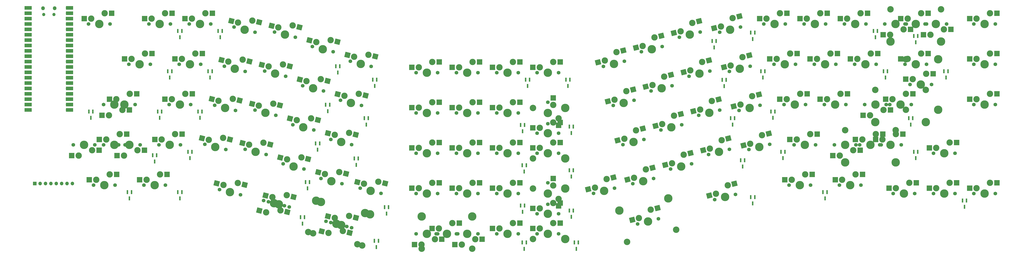
<source format=gbs>
G04 #@! TF.GenerationSoftware,KiCad,Pcbnew,7.0.7*
G04 #@! TF.CreationDate,2023-09-16T21:00:12-07:00*
G04 #@! TF.ProjectId,pcb,7063622e-6b69-4636-9164-5f7063625858,rev?*
G04 #@! TF.SameCoordinates,Original*
G04 #@! TF.FileFunction,Soldermask,Bot*
G04 #@! TF.FilePolarity,Negative*
%FSLAX46Y46*%
G04 Gerber Fmt 4.6, Leading zero omitted, Abs format (unit mm)*
G04 Created by KiCad (PCBNEW 7.0.7) date 2023-09-16 21:00:12*
%MOMM*%
%LPD*%
G01*
G04 APERTURE LIST*
G04 Aperture macros list*
%AMRotRect*
0 Rectangle, with rotation*
0 The origin of the aperture is its center*
0 $1 length*
0 $2 width*
0 $3 Rotation angle, in degrees counterclockwise*
0 Add horizontal line*
21,1,$1,$2,0,0,$3*%
G04 Aperture macros list end*
%ADD10O,1.800000X1.800000*%
%ADD11O,1.500000X1.500000*%
%ADD12O,1.700000X1.700000*%
%ADD13R,3.500000X1.700000*%
%ADD14R,1.700000X1.700000*%
%ADD15R,2.550000X2.500000*%
%ADD16C,0.800000*%
%ADD17C,3.987800*%
%ADD18C,3.048000*%
%ADD19C,1.750000*%
%ADD20C,3.000000*%
%ADD21RotRect,2.550000X2.500000X14.000000*%
%ADD22RotRect,2.550000X2.500000X166.000000*%
%ADD23RotRect,2.550000X2.550000X166.000000*%
%ADD24R,2.550000X2.550000*%
%ADD25RotRect,2.550000X2.500000X346.000000*%
%ADD26R,2.500000X2.550000*%
%ADD27R,0.800000X1.900000*%
G04 APERTURE END LIST*
D10*
X-9075000Y-263960000D03*
X-3625000Y-263960000D03*
D11*
X-3925000Y-266990000D03*
X-8775000Y-266990000D03*
D12*
X2540000Y-263830000D03*
D13*
X3440000Y-263830000D03*
D12*
X2540000Y-266370000D03*
D13*
X3440000Y-266370000D03*
X3440000Y-268910000D03*
D14*
X2540000Y-268910000D03*
D12*
X2540000Y-271450000D03*
D13*
X3440000Y-271450000D03*
D12*
X2540000Y-273990000D03*
D13*
X3440000Y-273990000D03*
D12*
X2540000Y-276530000D03*
D13*
X3440000Y-276530000D03*
X3440000Y-279070000D03*
D12*
X2540000Y-279070000D03*
D14*
X2540000Y-281610000D03*
D13*
X3440000Y-281610000D03*
X3440000Y-284150000D03*
D12*
X2540000Y-284150000D03*
X2540000Y-286690000D03*
D13*
X3440000Y-286690000D03*
X3440000Y-289230000D03*
D12*
X2540000Y-289230000D03*
X2540000Y-291770000D03*
D13*
X3440000Y-291770000D03*
D14*
X2540000Y-294310000D03*
D13*
X3440000Y-294310000D03*
X3440000Y-296850000D03*
D12*
X2540000Y-296850000D03*
X2540000Y-299390000D03*
D13*
X3440000Y-299390000D03*
X3440000Y-301930000D03*
D12*
X2540000Y-301930000D03*
D13*
X3440000Y-304470000D03*
D12*
X2540000Y-304470000D03*
D13*
X3440000Y-307010000D03*
D14*
X2540000Y-307010000D03*
D12*
X2540000Y-309550000D03*
D13*
X3440000Y-309550000D03*
X3440000Y-312090000D03*
D12*
X2540000Y-312090000D03*
D13*
X-16140000Y-312090000D03*
D12*
X-15240000Y-312090000D03*
D13*
X-16140000Y-309550000D03*
D12*
X-15240000Y-309550000D03*
D13*
X-16140000Y-307010000D03*
D14*
X-15240000Y-307010000D03*
D12*
X-15240000Y-304470000D03*
D13*
X-16140000Y-304470000D03*
X-16140000Y-301930000D03*
D12*
X-15240000Y-301930000D03*
D13*
X-16140000Y-299390000D03*
D12*
X-15240000Y-299390000D03*
X-15240000Y-296850000D03*
D13*
X-16140000Y-296850000D03*
D14*
X-15240000Y-294310000D03*
D13*
X-16140000Y-294310000D03*
D12*
X-15240000Y-291770000D03*
D13*
X-16140000Y-291770000D03*
X-16140000Y-289230000D03*
D12*
X-15240000Y-289230000D03*
X-15240000Y-286690000D03*
D13*
X-16140000Y-286690000D03*
D12*
X-15240000Y-284150000D03*
D13*
X-16140000Y-284150000D03*
X-16140000Y-281610000D03*
D14*
X-15240000Y-281610000D03*
D13*
X-16140000Y-279070000D03*
D12*
X-15240000Y-279070000D03*
D13*
X-16140000Y-276530000D03*
D12*
X-15240000Y-276530000D03*
X-15240000Y-273990000D03*
D13*
X-16140000Y-273990000D03*
X-16140000Y-271450000D03*
D12*
X-15240000Y-271450000D03*
D13*
X-16140000Y-268910000D03*
D14*
X-15240000Y-268910000D03*
D13*
X-16140000Y-266370000D03*
D12*
X-15240000Y-266370000D03*
X-15240000Y-263830000D03*
D13*
X-16140000Y-263830000D03*
D15*
X409067000Y-266382500D03*
X396140000Y-268922500D03*
D16*
X396140000Y-268922500D03*
D17*
X415163000Y-279717500D03*
D18*
X415163000Y-264477500D03*
D19*
X408305000Y-271462500D03*
D20*
X405765000Y-266382500D03*
D17*
X403225000Y-271462500D03*
D20*
X399415000Y-268922500D03*
D19*
X398145000Y-271462500D03*
D17*
X391287000Y-279717500D03*
D18*
X391287000Y-264477500D03*
D15*
X42354500Y-285432500D03*
X29427500Y-287972500D03*
D16*
X29427500Y-287972500D03*
D19*
X41592500Y-290512500D03*
D20*
X39052500Y-285432500D03*
D17*
X36512500Y-290512500D03*
D20*
X32702500Y-287972500D03*
D19*
X31432500Y-290512500D03*
D15*
X409067000Y-285432500D03*
X396140000Y-287972500D03*
D16*
X396140000Y-287972500D03*
D19*
X408305000Y-290512500D03*
D20*
X405765000Y-285432500D03*
D17*
X403225000Y-290512500D03*
D20*
X399415000Y-287972500D03*
D19*
X398145000Y-290512500D03*
D21*
X281196296Y-358452034D03*
X269267765Y-364043909D03*
D16*
X269267765Y-364043909D03*
D18*
X290030007Y-368683896D03*
D17*
X286343117Y-353896589D03*
D19*
X281685894Y-363565481D03*
D20*
X277992380Y-359250860D03*
D17*
X276756792Y-364794444D03*
D20*
X272445484Y-363251615D03*
D19*
X271827690Y-366023407D03*
D18*
X266863226Y-374460023D03*
D17*
X263176336Y-359672716D03*
D22*
X122592569Y-369455795D03*
D23*
X135750064Y-370118568D03*
D16*
X135750064Y-370118568D03*
D17*
X119903675Y-355042145D03*
D18*
X116216785Y-369829452D03*
D19*
X124560898Y-364711037D03*
D20*
X125796486Y-370254621D03*
D17*
X129490000Y-365940000D03*
D20*
X132572345Y-369326274D03*
D19*
X134419102Y-367168963D03*
D17*
X143070456Y-360818272D03*
D18*
X139383566Y-375605579D03*
D15*
X401923250Y-304482500D03*
D24*
X388996250Y-307022500D03*
D16*
X388996250Y-307022500D03*
D17*
X408019250Y-317817500D03*
D18*
X408019250Y-302577500D03*
D19*
X401161250Y-309562500D03*
D20*
X398621250Y-304482500D03*
D17*
X396081250Y-309562500D03*
D20*
X392271250Y-307022500D03*
D19*
X391001250Y-309562500D03*
D17*
X384143250Y-317817500D03*
D18*
X384143250Y-302577500D03*
D15*
X387635750Y-323532500D03*
D24*
X374708750Y-326072500D03*
D16*
X374708750Y-326072500D03*
D17*
X393731750Y-336867500D03*
D18*
X393731750Y-321627500D03*
D19*
X386873750Y-328612500D03*
D20*
X384333750Y-323532500D03*
D17*
X381793750Y-328612500D03*
D20*
X377983750Y-326072500D03*
D19*
X376713750Y-328612500D03*
D17*
X369855750Y-336867500D03*
D18*
X369855750Y-321627500D03*
D25*
X138709689Y-363006878D03*
X125552194Y-362344105D03*
D16*
X125552194Y-362344105D03*
D18*
X141705824Y-376188252D03*
D17*
X145392714Y-361400945D03*
D19*
X136741360Y-367751636D03*
D20*
X135505772Y-362208052D03*
D17*
X131812258Y-366522673D03*
D20*
X128729913Y-363136399D03*
D19*
X126883156Y-365293710D03*
D18*
X118539043Y-370412125D03*
D17*
X122225933Y-355624818D03*
D15*
X187610750Y-365601250D03*
X174683750Y-368141250D03*
D16*
X174683750Y-368141250D03*
D18*
X193706750Y-377666250D03*
D17*
X193706750Y-362426250D03*
D19*
X186848750Y-370681250D03*
D20*
X184308750Y-365601250D03*
D17*
X181768750Y-370681250D03*
D20*
X177958750Y-368141250D03*
D19*
X176688750Y-370681250D03*
D18*
X169830750Y-377666250D03*
D17*
X169830750Y-362426250D03*
D15*
X30448250Y-323532500D03*
X17521250Y-326072500D03*
D16*
X17521250Y-326072500D03*
D19*
X29686250Y-328612500D03*
D20*
X27146250Y-323532500D03*
D17*
X24606250Y-328612500D03*
D20*
X20796250Y-326072500D03*
D19*
X19526250Y-328612500D03*
D15*
X35210800Y-304482500D03*
X22283800Y-307022500D03*
D16*
X22283800Y-307022500D03*
D19*
X34448800Y-309562500D03*
D20*
X31908800Y-304482500D03*
D17*
X29368800Y-309562500D03*
D20*
X25558800Y-307022500D03*
D19*
X24288800Y-309562500D03*
D15*
X25908000Y-333692500D03*
X38835000Y-331152500D03*
D16*
X38835000Y-331152500D03*
D19*
X26670000Y-328612500D03*
D20*
X29210000Y-333692500D03*
D17*
X31750000Y-328612500D03*
D20*
X35560000Y-331152500D03*
D19*
X36830000Y-328612500D03*
D15*
X23304500Y-266382500D03*
X10377500Y-268922500D03*
D16*
X10377500Y-268922500D03*
D19*
X22542500Y-271462500D03*
D20*
X20002500Y-266382500D03*
D17*
X17462500Y-271462500D03*
D20*
X13652500Y-268922500D03*
D19*
X12382500Y-271462500D03*
D15*
X51879500Y-266382500D03*
X38952500Y-268922500D03*
D16*
X38952500Y-268922500D03*
D19*
X51117500Y-271462500D03*
D20*
X48577500Y-266382500D03*
D17*
X46037500Y-271462500D03*
D20*
X42227500Y-268922500D03*
D19*
X40957500Y-271462500D03*
D15*
X70929500Y-266382500D03*
X58002500Y-268922500D03*
D16*
X58002500Y-268922500D03*
D19*
X70167500Y-271462500D03*
D20*
X67627500Y-266382500D03*
D17*
X65087500Y-271462500D03*
D20*
X61277500Y-268922500D03*
D19*
X60007500Y-271462500D03*
D21*
X265072364Y-283939423D03*
X253143833Y-289531298D03*
D16*
X253143833Y-289531298D03*
D19*
X265561962Y-289052870D03*
D20*
X261868448Y-284738249D03*
D17*
X260632860Y-290281833D03*
D20*
X256321552Y-288739004D03*
D19*
X255703758Y-291510796D03*
D21*
X282980421Y-277020294D03*
X271051890Y-282612169D03*
D16*
X271051890Y-282612169D03*
D19*
X283470019Y-282133741D03*
D20*
X279776505Y-277819120D03*
D17*
X278540917Y-283362704D03*
D20*
X274229609Y-281819875D03*
D19*
X273611815Y-284591667D03*
D21*
X300888478Y-270101165D03*
X288959947Y-275693040D03*
D16*
X288959947Y-275693040D03*
D19*
X301378076Y-275214612D03*
D20*
X297684562Y-270899991D03*
D17*
X296448974Y-276443575D03*
D20*
X292137666Y-274900746D03*
D19*
X291519872Y-277672538D03*
D21*
X319948688Y-267803070D03*
X308020157Y-273394945D03*
D16*
X308020157Y-273394945D03*
D19*
X320438286Y-272916517D03*
D20*
X316744772Y-268601896D03*
D17*
X315509184Y-274145480D03*
D20*
X311197876Y-272602651D03*
D19*
X310580082Y-275374443D03*
D15*
X66167000Y-285432500D03*
X53240000Y-287972500D03*
D16*
X53240000Y-287972500D03*
D19*
X65405000Y-290512500D03*
D20*
X62865000Y-285432500D03*
D17*
X60325000Y-290512500D03*
D20*
X56515000Y-287972500D03*
D19*
X55245000Y-290512500D03*
D21*
X269680976Y-302423556D03*
X257752445Y-308015431D03*
D16*
X257752445Y-308015431D03*
D19*
X270170574Y-307537003D03*
D20*
X266477060Y-303222382D03*
D17*
X265241472Y-308765966D03*
D20*
X260930164Y-307223137D03*
D19*
X260312370Y-309994929D03*
D21*
X287589033Y-295504427D03*
X275660502Y-301096302D03*
D16*
X275660502Y-301096302D03*
D19*
X288078631Y-300617874D03*
D20*
X284385117Y-296303253D03*
D17*
X283149529Y-301846837D03*
D20*
X278838221Y-300304008D03*
D19*
X278220427Y-303075800D03*
D21*
X305497090Y-288585299D03*
X293568559Y-294177174D03*
D16*
X293568559Y-294177174D03*
D19*
X305986688Y-293698746D03*
D20*
X302293174Y-289384125D03*
D17*
X301057586Y-294927709D03*
D20*
X296746278Y-293384880D03*
D19*
X296128484Y-296156672D03*
D21*
X324557300Y-286287203D03*
X312628769Y-291879078D03*
D16*
X312628769Y-291879078D03*
D19*
X325046898Y-291400650D03*
D20*
X321353384Y-287086029D03*
D17*
X320117796Y-292629613D03*
D20*
X315806488Y-291086784D03*
D19*
X315188694Y-293858576D03*
D15*
X61404500Y-304482500D03*
X48477500Y-307022500D03*
D16*
X48477500Y-307022500D03*
D19*
X60642500Y-309562500D03*
D20*
X58102500Y-304482500D03*
D17*
X55562500Y-309562500D03*
D20*
X51752500Y-307022500D03*
D19*
X50482500Y-309562500D03*
D21*
X274289588Y-320907690D03*
X262361057Y-326499565D03*
D16*
X262361057Y-326499565D03*
D19*
X274779186Y-326021137D03*
D20*
X271085672Y-321706516D03*
D17*
X269850084Y-327250100D03*
D20*
X265538776Y-325707271D03*
D19*
X264920982Y-328479063D03*
D21*
X292197645Y-313988561D03*
X280269114Y-319580436D03*
D16*
X280269114Y-319580436D03*
D19*
X292687243Y-319102008D03*
D20*
X288993729Y-314787387D03*
D17*
X287758141Y-320330971D03*
D20*
X283446833Y-318788142D03*
D19*
X282829039Y-321559934D03*
D21*
X310105702Y-307069432D03*
X298177171Y-312661307D03*
D16*
X298177171Y-312661307D03*
D19*
X310595300Y-312182879D03*
D20*
X306901786Y-307868258D03*
D17*
X305666198Y-313411842D03*
D20*
X301354890Y-311869013D03*
D19*
X300737096Y-314640805D03*
D21*
X329165912Y-304771337D03*
X317237381Y-310363212D03*
D16*
X317237381Y-310363212D03*
D19*
X329655510Y-309884784D03*
D20*
X325961996Y-305570163D03*
D17*
X324726408Y-311113747D03*
D20*
X320415100Y-309570918D03*
D19*
X319797306Y-312342710D03*
D15*
X56642000Y-323532500D03*
X43715000Y-326072500D03*
D16*
X43715000Y-326072500D03*
D19*
X55880000Y-328612500D03*
D20*
X53340000Y-323532500D03*
D17*
X50800000Y-328612500D03*
D20*
X46990000Y-326072500D03*
D19*
X45720000Y-328612500D03*
D21*
X278898200Y-339391823D03*
X266969669Y-344983698D03*
D16*
X266969669Y-344983698D03*
D19*
X279387798Y-344505270D03*
D20*
X275694284Y-340190649D03*
D17*
X274458696Y-345734233D03*
D20*
X270147388Y-344191404D03*
D19*
X269529594Y-346963196D03*
D21*
X296806257Y-332472695D03*
X284877726Y-338064570D03*
D16*
X284877726Y-338064570D03*
D19*
X297295855Y-337586142D03*
D20*
X293602341Y-333271521D03*
D17*
X292366753Y-338815105D03*
D20*
X288055445Y-337272276D03*
D19*
X287437651Y-340044068D03*
D21*
X260414067Y-344000436D03*
X248485536Y-349592311D03*
D16*
X248485536Y-349592311D03*
D19*
X260903665Y-349113883D03*
D20*
X257210151Y-344799262D03*
D17*
X255974563Y-350342846D03*
D20*
X251663255Y-348800017D03*
D19*
X251045461Y-351571809D03*
D21*
X314714314Y-325553566D03*
X302785783Y-331145441D03*
D16*
X302785783Y-331145441D03*
D19*
X315203912Y-330667013D03*
D20*
X311510398Y-326352392D03*
D17*
X310274810Y-331895976D03*
D20*
X305963502Y-330353147D03*
D19*
X305345708Y-333124939D03*
D21*
X333774525Y-323255470D03*
X321845994Y-328847345D03*
D16*
X321845994Y-328847345D03*
D19*
X334264123Y-328368917D03*
D20*
X330570609Y-324054296D03*
D17*
X329335021Y-329597880D03*
D20*
X325023713Y-328055051D03*
D19*
X324405919Y-330826843D03*
D15*
X406908000Y-276542500D03*
X419835000Y-274002500D03*
D16*
X419835000Y-274002500D03*
D19*
X407670000Y-271462500D03*
D20*
X410210000Y-276542500D03*
D17*
X412750000Y-271462500D03*
D20*
X416560000Y-274002500D03*
D19*
X417830000Y-271462500D03*
D15*
X361442000Y-266382500D03*
X348515000Y-268922500D03*
D16*
X348515000Y-268922500D03*
D19*
X360680000Y-271462500D03*
D20*
X358140000Y-266382500D03*
D17*
X355600000Y-271462500D03*
D20*
X351790000Y-268922500D03*
D19*
X350520000Y-271462500D03*
D15*
X380492000Y-266382500D03*
X367565000Y-268922500D03*
D16*
X367565000Y-268922500D03*
D19*
X379730000Y-271462500D03*
D20*
X377190000Y-266382500D03*
D17*
X374650000Y-271462500D03*
D20*
X370840000Y-268922500D03*
D19*
X369570000Y-271462500D03*
D15*
X366204500Y-285432500D03*
X353277500Y-287972500D03*
D16*
X353277500Y-287972500D03*
D19*
X365442500Y-290512500D03*
D20*
X362902500Y-285432500D03*
D17*
X360362500Y-290512500D03*
D20*
X356552500Y-287972500D03*
D19*
X355282500Y-290512500D03*
D15*
X387858000Y-276542500D03*
X400785000Y-274002500D03*
D16*
X400785000Y-274002500D03*
D19*
X388620000Y-271462500D03*
D20*
X391160000Y-276542500D03*
D17*
X393700000Y-271462500D03*
D20*
X397510000Y-274002500D03*
D19*
X398780000Y-271462500D03*
D15*
X385254500Y-285432500D03*
X372327500Y-287972500D03*
D16*
X372327500Y-287972500D03*
D19*
X384492500Y-290512500D03*
D20*
X381952500Y-285432500D03*
D17*
X379412500Y-290512500D03*
D20*
X375602500Y-287972500D03*
D19*
X374332500Y-290512500D03*
D15*
X342392000Y-266382500D03*
X329465000Y-268922500D03*
D16*
X329465000Y-268922500D03*
D19*
X341630000Y-271462500D03*
D20*
X339090000Y-266382500D03*
D17*
X336550000Y-271462500D03*
D20*
X332740000Y-268922500D03*
D19*
X331470000Y-271462500D03*
D15*
X347154500Y-285432500D03*
X334227500Y-287972500D03*
D16*
X334227500Y-287972500D03*
D19*
X346392500Y-290512500D03*
D20*
X343852500Y-285432500D03*
D17*
X341312500Y-290512500D03*
D20*
X337502500Y-287972500D03*
D19*
X336232500Y-290512500D03*
D15*
X351917000Y-304482500D03*
X338990000Y-307022500D03*
D16*
X338990000Y-307022500D03*
D19*
X351155000Y-309562500D03*
D20*
X348615000Y-304482500D03*
D17*
X346075000Y-309562500D03*
D20*
X342265000Y-307022500D03*
D19*
X340995000Y-309562500D03*
D15*
X370967000Y-304482500D03*
X358040000Y-307022500D03*
D16*
X358040000Y-307022500D03*
D19*
X370205000Y-309562500D03*
D20*
X367665000Y-304482500D03*
D17*
X365125000Y-309562500D03*
D20*
X361315000Y-307022500D03*
D19*
X360045000Y-309562500D03*
D15*
X378333000Y-314642500D03*
X391260000Y-312102500D03*
D16*
X391260000Y-312102500D03*
D19*
X379095000Y-309562500D03*
D20*
X381635000Y-314642500D03*
D17*
X384175000Y-309562500D03*
D20*
X387985000Y-312102500D03*
D19*
X389255000Y-309562500D03*
D15*
X356679500Y-323532500D03*
X343752500Y-326072500D03*
D16*
X343752500Y-326072500D03*
D19*
X355917500Y-328612500D03*
D20*
X353377500Y-323532500D03*
D17*
X350837500Y-328612500D03*
D20*
X347027500Y-326072500D03*
D19*
X345757500Y-328612500D03*
D15*
X422560750Y-346551250D03*
X409633750Y-349091250D03*
D16*
X409633750Y-349091250D03*
D19*
X421798750Y-351631250D03*
D20*
X419258750Y-346551250D03*
D17*
X416718750Y-351631250D03*
D20*
X412908750Y-349091250D03*
D19*
X411638750Y-351631250D03*
D15*
X364045500Y-333692500D03*
X376972500Y-331152500D03*
D16*
X376972500Y-331152500D03*
D19*
X364807500Y-328612500D03*
D20*
X367347500Y-333692500D03*
D17*
X369887500Y-328612500D03*
D20*
X373697500Y-331152500D03*
D19*
X374967500Y-328612500D03*
D15*
X403510750Y-346551250D03*
X390583750Y-349091250D03*
D16*
X390583750Y-349091250D03*
D19*
X402748750Y-351631250D03*
D20*
X400208750Y-346551250D03*
D17*
X397668750Y-351631250D03*
D20*
X393858750Y-349091250D03*
D19*
X392588750Y-351631250D03*
D25*
X112085957Y-272927780D03*
X98928462Y-272265007D03*
D16*
X98928462Y-272265007D03*
D19*
X110117628Y-277672538D03*
D20*
X108882040Y-272128954D03*
D17*
X105188526Y-276443575D03*
D20*
X102106181Y-273057301D03*
D19*
X100259424Y-275214612D03*
D25*
X93025747Y-270629685D03*
X79868252Y-269966912D03*
D16*
X79868252Y-269966912D03*
D19*
X91057418Y-275374443D03*
D20*
X89821830Y-269830859D03*
D17*
X86128316Y-274145480D03*
D20*
X83045971Y-270759206D03*
D19*
X81199214Y-272916517D03*
D25*
X147902071Y-286766038D03*
X134744576Y-286103265D03*
D16*
X134744576Y-286103265D03*
D19*
X145933742Y-291510796D03*
D20*
X144698154Y-285967212D03*
D17*
X141004640Y-290281833D03*
D20*
X137922295Y-286895559D03*
D19*
X136075538Y-289052870D03*
D25*
X83808523Y-307597952D03*
X70651028Y-306935179D03*
D16*
X70651028Y-306935179D03*
D19*
X81840194Y-312342710D03*
D20*
X80604606Y-306799126D03*
D17*
X76911092Y-311113747D03*
D20*
X73828747Y-307727473D03*
D19*
X71981990Y-309884784D03*
D25*
X138684847Y-323734305D03*
X125527352Y-323071532D03*
D16*
X125527352Y-323071532D03*
D19*
X136716518Y-328479063D03*
D20*
X135480930Y-322935479D03*
D17*
X131787416Y-327250100D03*
D20*
X128705071Y-323863826D03*
D19*
X126858314Y-326021137D03*
D25*
X88417135Y-289113818D03*
X75259640Y-288451045D03*
D16*
X75259640Y-288451045D03*
D19*
X86448806Y-293858576D03*
D20*
X85213218Y-288314992D03*
D17*
X81519704Y-292629613D03*
D20*
X78437359Y-289243339D03*
D19*
X76590602Y-291400650D03*
D25*
X125385402Y-298331042D03*
X112227907Y-297668269D03*
D16*
X112227907Y-297668269D03*
D19*
X123417073Y-303075800D03*
D20*
X122181485Y-297532216D03*
D17*
X118487971Y-301846837D03*
D20*
X115405626Y-298460563D03*
D19*
X113558869Y-300617874D03*
D25*
X107477345Y-291411914D03*
X94319850Y-290749141D03*
D16*
X94319850Y-290749141D03*
D19*
X105509016Y-296156672D03*
D20*
X104273428Y-290613088D03*
D17*
X100579914Y-294927709D03*
D20*
X97497569Y-291541435D03*
D19*
X95650812Y-293698746D03*
D25*
X102868733Y-309896047D03*
X89711238Y-309233274D03*
D16*
X89711238Y-309233274D03*
D19*
X100900404Y-314640805D03*
D20*
X99664816Y-309097221D03*
D17*
X95971302Y-313411842D03*
D20*
X92888957Y-310025568D03*
D19*
X91042200Y-312182879D03*
D25*
X120776790Y-316815176D03*
X107619295Y-316152403D03*
D16*
X107619295Y-316152403D03*
D19*
X118808461Y-321559934D03*
D20*
X117572873Y-316016350D03*
D17*
X113879359Y-320330971D03*
D20*
X110797014Y-316944697D03*
D19*
X108950257Y-319102008D03*
D25*
X143293459Y-305250171D03*
X130135964Y-304587398D03*
D16*
X130135964Y-304587398D03*
D19*
X141325130Y-309994929D03*
D20*
X140089542Y-304451345D03*
D17*
X136396028Y-308765966D03*
D20*
X133313683Y-305379692D03*
D19*
X131466926Y-307537003D03*
D25*
X129994014Y-279846909D03*
X116836519Y-279184136D03*
D16*
X116836519Y-279184136D03*
D19*
X128025685Y-284591667D03*
D20*
X126790097Y-279048083D03*
D17*
X123096583Y-283362704D03*
D20*
X120014238Y-279976430D03*
D19*
X118167481Y-282133741D03*
D25*
X79199910Y-326082085D03*
X66042415Y-325419312D03*
D16*
X66042415Y-325419312D03*
D19*
X77231581Y-330826843D03*
D20*
X75995993Y-325283259D03*
D17*
X72302479Y-329597880D03*
D20*
X69220134Y-326211606D03*
D19*
X67373377Y-328368917D03*
D25*
X116168178Y-335299310D03*
X103010683Y-334636537D03*
D16*
X103010683Y-334636537D03*
D19*
X114199849Y-340044068D03*
D20*
X112964261Y-334500484D03*
D17*
X109270747Y-338815105D03*
D20*
X106188402Y-335428831D03*
D19*
X104341645Y-337586142D03*
D25*
X152560368Y-346827051D03*
X139402873Y-346164278D03*
D16*
X139402873Y-346164278D03*
D19*
X150592039Y-351571809D03*
D20*
X149356451Y-346028225D03*
D17*
X145662937Y-350342846D03*
D20*
X142580592Y-346956572D03*
D19*
X140733835Y-349113883D03*
D25*
X134076235Y-342218438D03*
X120918740Y-341555665D03*
D16*
X120918740Y-341555665D03*
D19*
X132107906Y-346963196D03*
D20*
X130872318Y-341419612D03*
D17*
X127178804Y-345734233D03*
D20*
X124096459Y-342347959D03*
D19*
X122249702Y-344505270D03*
D25*
X98260121Y-328380181D03*
X85102626Y-327717408D03*
D16*
X85102626Y-327717408D03*
D19*
X96291792Y-333124939D03*
D20*
X95056204Y-327581355D03*
D17*
X91362690Y-331895976D03*
D20*
X88280345Y-328509702D03*
D19*
X86433588Y-330667013D03*
D22*
X93132569Y-359665795D03*
X106290064Y-360328568D03*
D16*
X106290064Y-360328568D03*
D19*
X95100898Y-354921037D03*
D20*
X96336486Y-360464621D03*
D17*
X100030000Y-356150000D03*
D20*
X103112345Y-359536274D03*
D19*
X104959102Y-357378963D03*
D15*
X422560750Y-327501250D03*
X409633750Y-330041250D03*
D16*
X409633750Y-330041250D03*
D19*
X421798750Y-332581250D03*
D20*
X419258750Y-327501250D03*
D17*
X416718750Y-332581250D03*
D20*
X412908750Y-330041250D03*
D19*
X411638750Y-332581250D03*
D15*
X441610750Y-346551250D03*
X428683750Y-349091250D03*
D16*
X428683750Y-349091250D03*
D19*
X440848750Y-351631250D03*
D20*
X438308750Y-346551250D03*
D17*
X435768750Y-351631250D03*
D20*
X431958750Y-349091250D03*
D19*
X430688750Y-351631250D03*
D15*
X235235750Y-327501250D03*
X222308750Y-330041250D03*
D16*
X222308750Y-330041250D03*
D19*
X234473750Y-332581250D03*
D20*
X231933750Y-327501250D03*
D17*
X229393750Y-332581250D03*
D20*
X225583750Y-330041250D03*
D19*
X224313750Y-332581250D03*
D15*
X216185750Y-327501250D03*
X203258750Y-330041250D03*
D16*
X203258750Y-330041250D03*
D19*
X215423750Y-332581250D03*
D20*
X212883750Y-327501250D03*
D17*
X210343750Y-332581250D03*
D20*
X206533750Y-330041250D03*
D19*
X205263750Y-332581250D03*
D15*
X235235750Y-365601250D03*
X222308750Y-368141250D03*
D16*
X222308750Y-368141250D03*
D19*
X234473750Y-370681250D03*
D20*
X231933750Y-365601250D03*
D17*
X229393750Y-370681250D03*
D20*
X225583750Y-368141250D03*
D19*
X224313750Y-370681250D03*
D15*
X441610750Y-285432500D03*
X428683750Y-287972500D03*
D16*
X428683750Y-287972500D03*
D19*
X440848750Y-290512500D03*
D20*
X438308750Y-285432500D03*
D17*
X435768750Y-290512500D03*
D20*
X431958750Y-287972500D03*
D19*
X430688750Y-290512500D03*
D15*
X178085750Y-289401250D03*
X165158750Y-291941250D03*
D16*
X165158750Y-291941250D03*
D19*
X177323750Y-294481250D03*
D20*
X174783750Y-289401250D03*
D17*
X172243750Y-294481250D03*
D20*
X168433750Y-291941250D03*
D19*
X167163750Y-294481250D03*
D26*
X234473750Y-357473250D03*
X231933750Y-344546250D03*
D16*
X231933750Y-344546250D03*
D19*
X229393750Y-356711250D03*
D20*
X234473750Y-354171250D03*
D17*
X229393750Y-351631250D03*
D20*
X231933750Y-347821250D03*
D19*
X229393750Y-346551250D03*
D15*
X216185750Y-289401250D03*
X203258750Y-291941250D03*
D16*
X203258750Y-291941250D03*
D19*
X215423750Y-294481250D03*
D20*
X212883750Y-289401250D03*
D17*
X210343750Y-294481250D03*
D20*
X206533750Y-291941250D03*
D19*
X205263750Y-294481250D03*
D15*
X185451750Y-375761250D03*
X198378750Y-373221250D03*
D16*
X198378750Y-373221250D03*
D19*
X186213750Y-370681250D03*
D20*
X188753750Y-375761250D03*
D17*
X191293750Y-370681250D03*
D20*
X195103750Y-373221250D03*
D19*
X196373750Y-370681250D03*
D15*
X197135750Y-308451250D03*
X184208750Y-310991250D03*
D16*
X184208750Y-310991250D03*
D19*
X196373750Y-313531250D03*
D20*
X193833750Y-308451250D03*
D17*
X191293750Y-313531250D03*
D20*
X187483750Y-310991250D03*
D19*
X186213750Y-313531250D03*
D15*
X216185750Y-365601250D03*
X203258750Y-368141250D03*
D16*
X203258750Y-368141250D03*
D19*
X215423750Y-370681250D03*
D20*
X212883750Y-365601250D03*
D17*
X210343750Y-370681250D03*
D20*
X206533750Y-368141250D03*
D19*
X205263750Y-370681250D03*
D15*
X216185750Y-308451250D03*
X203258750Y-310991250D03*
D16*
X203258750Y-310991250D03*
D19*
X215423750Y-313531250D03*
D20*
X212883750Y-308451250D03*
D17*
X210343750Y-313531250D03*
D20*
X206533750Y-310991250D03*
D19*
X205263750Y-313531250D03*
D15*
X178085750Y-346551250D03*
X165158750Y-349091250D03*
D16*
X165158750Y-349091250D03*
D19*
X177323750Y-351631250D03*
D20*
X174783750Y-346551250D03*
D17*
X172243750Y-351631250D03*
D20*
X168433750Y-349091250D03*
D19*
X167163750Y-351631250D03*
D15*
X178085750Y-308451250D03*
X165158750Y-310991250D03*
D16*
X165158750Y-310991250D03*
D19*
X177323750Y-313531250D03*
D20*
X174783750Y-308451250D03*
D17*
X172243750Y-313531250D03*
D20*
X168433750Y-310991250D03*
D19*
X167163750Y-313531250D03*
D15*
X216185750Y-346551250D03*
X203258750Y-349091250D03*
D16*
X203258750Y-349091250D03*
D19*
X215423750Y-351631250D03*
D20*
X212883750Y-346551250D03*
D17*
X210343750Y-351631250D03*
D20*
X206533750Y-349091250D03*
D19*
X205263750Y-351631250D03*
D15*
X178085750Y-327501250D03*
X165158750Y-330041250D03*
D16*
X165158750Y-330041250D03*
D19*
X177323750Y-332581250D03*
D20*
X174783750Y-327501250D03*
D17*
X172243750Y-332581250D03*
D20*
X168433750Y-330041250D03*
D19*
X167163750Y-332581250D03*
D15*
X235235750Y-289401250D03*
X222308750Y-291941250D03*
D16*
X222308750Y-291941250D03*
D19*
X234473750Y-294481250D03*
D20*
X231933750Y-289401250D03*
D17*
X229393750Y-294481250D03*
D20*
X225583750Y-291941250D03*
D19*
X224313750Y-294481250D03*
D15*
X197135750Y-327501250D03*
X184208750Y-330041250D03*
D16*
X184208750Y-330041250D03*
D19*
X196373750Y-332581250D03*
D20*
X193833750Y-327501250D03*
D17*
X191293750Y-332581250D03*
D20*
X187483750Y-330041250D03*
D19*
X186213750Y-332581250D03*
D15*
X166401750Y-375761250D03*
X179328750Y-373221250D03*
D16*
X179328750Y-373221250D03*
D19*
X167163750Y-370681250D03*
D20*
X169703750Y-375761250D03*
D17*
X172243750Y-370681250D03*
D20*
X176053750Y-373221250D03*
D19*
X177323750Y-370681250D03*
D26*
X234473750Y-319373250D03*
X231933750Y-306446250D03*
D16*
X231933750Y-306446250D03*
D19*
X229393750Y-318611250D03*
D20*
X234473750Y-316071250D03*
D17*
X229393750Y-313531250D03*
D20*
X231933750Y-309721250D03*
D19*
X229393750Y-308451250D03*
D15*
X197135750Y-289401250D03*
X184208750Y-291941250D03*
D16*
X184208750Y-291941250D03*
D19*
X196373750Y-294481250D03*
D20*
X193833750Y-289401250D03*
D17*
X191293750Y-294481250D03*
D20*
X187483750Y-291941250D03*
D19*
X186213750Y-294481250D03*
D15*
X197135750Y-346551250D03*
X184208750Y-349091250D03*
D16*
X184208750Y-349091250D03*
D19*
X196373750Y-351631250D03*
D20*
X193833750Y-346551250D03*
D17*
X191293750Y-351631250D03*
D20*
X187483750Y-349091250D03*
D19*
X186213750Y-351631250D03*
D15*
X441610750Y-304482500D03*
X428683750Y-307022500D03*
D16*
X428683750Y-307022500D03*
D19*
X440848750Y-309562500D03*
D20*
X438308750Y-304482500D03*
D17*
X435768750Y-309562500D03*
D20*
X431958750Y-307022500D03*
D19*
X430688750Y-309562500D03*
D15*
X441610750Y-266382500D03*
X428683750Y-268922500D03*
D16*
X428683750Y-268922500D03*
D19*
X440848750Y-271462500D03*
D20*
X438308750Y-266382500D03*
D17*
X435768750Y-271462500D03*
D20*
X431958750Y-268922500D03*
D19*
X430688750Y-271462500D03*
D15*
X4476750Y-333692500D03*
X17403750Y-331152500D03*
D16*
X17403750Y-331152500D03*
D19*
X5238750Y-328612500D03*
D20*
X7778750Y-333692500D03*
D17*
X10318750Y-328612500D03*
D20*
X14128750Y-331152500D03*
D19*
X15398750Y-328612500D03*
D15*
X25685750Y-342582500D03*
X12758750Y-345122500D03*
D16*
X12758750Y-345122500D03*
D19*
X24923750Y-347662500D03*
D20*
X22383750Y-342582500D03*
D17*
X19843750Y-347662500D03*
D20*
X16033750Y-345122500D03*
D19*
X14763750Y-347662500D03*
D15*
X49498250Y-342582500D03*
X36571250Y-345122500D03*
D16*
X36571250Y-345122500D03*
D19*
X48736250Y-347662500D03*
D20*
X46196250Y-342582500D03*
D17*
X43656250Y-347662500D03*
D20*
X39846250Y-345122500D03*
D19*
X38576250Y-347662500D03*
D21*
X317588486Y-346924293D03*
X305659955Y-352516168D03*
D16*
X305659955Y-352516168D03*
D19*
X318078084Y-352037740D03*
D20*
X314384570Y-347723119D03*
D17*
X313148982Y-353266703D03*
D20*
X308837674Y-351723874D03*
D19*
X308219880Y-354495666D03*
D15*
X397160750Y-323532500D03*
X384233750Y-326072500D03*
D16*
X384233750Y-326072500D03*
D19*
X396398750Y-328612500D03*
D20*
X393858750Y-323532500D03*
D17*
X391318750Y-328612500D03*
D20*
X387508750Y-326072500D03*
D19*
X386238750Y-328612500D03*
D15*
X378110750Y-342582500D03*
X365183750Y-345122500D03*
D16*
X365183750Y-345122500D03*
D19*
X377348750Y-347662500D03*
D20*
X374808750Y-342582500D03*
D17*
X372268750Y-347662500D03*
D20*
X368458750Y-345122500D03*
D19*
X367188750Y-347662500D03*
D15*
X354298250Y-342582500D03*
X341371250Y-345122500D03*
D16*
X341371250Y-345122500D03*
D19*
X353536250Y-347662500D03*
D20*
X350996250Y-342582500D03*
D17*
X348456250Y-347662500D03*
D20*
X344646250Y-345122500D03*
D19*
X343376250Y-347662500D03*
D25*
X109249049Y-353207367D03*
X96091554Y-352544594D03*
D16*
X96091554Y-352544594D03*
D19*
X107280720Y-357952125D03*
D20*
X106045132Y-352408541D03*
D17*
X102351618Y-356723162D03*
D20*
X99269273Y-353336888D03*
D19*
X97422516Y-355494199D03*
D25*
X86143882Y-347446602D03*
X72986387Y-346783829D03*
D16*
X72986387Y-346783829D03*
D19*
X84175553Y-352191360D03*
D20*
X82939965Y-346647776D03*
D17*
X79246451Y-350962397D03*
D20*
X76164106Y-347576123D03*
D19*
X74317349Y-349733434D03*
D15*
X18764250Y-314642500D03*
X31691250Y-312102500D03*
D16*
X31691250Y-312102500D03*
D19*
X19526250Y-309562500D03*
D20*
X22066250Y-314642500D03*
D17*
X24606250Y-309562500D03*
D20*
X28416250Y-312102500D03*
D19*
X29686250Y-309562500D03*
D27*
X12543750Y-312825000D03*
X14443750Y-312825000D03*
X13493750Y-315825000D03*
X416562500Y-293775000D03*
X418462500Y-293775000D03*
X417512500Y-296775000D03*
X402275000Y-277106250D03*
X404175000Y-277106250D03*
X403225000Y-280106250D03*
X425293750Y-354893750D03*
X427193750Y-354893750D03*
X426243750Y-357893750D03*
X402275000Y-331875000D03*
X404175000Y-331875000D03*
X403225000Y-334875000D03*
X399893750Y-316000000D03*
X401793750Y-316000000D03*
X400843750Y-319000000D03*
X387987500Y-293775000D03*
X389887500Y-293775000D03*
X388937500Y-296775000D03*
X383225000Y-274725000D03*
X385125000Y-274725000D03*
X384175000Y-277725000D03*
X359412500Y-350925000D03*
X361312500Y-350925000D03*
X360362500Y-353925000D03*
X339568750Y-331875000D03*
X341468750Y-331875000D03*
X340518750Y-334875000D03*
X334806250Y-312825000D03*
X336706250Y-312825000D03*
X335756250Y-315825000D03*
X330043750Y-293775000D03*
X331943750Y-293775000D03*
X330993750Y-296775000D03*
X325281250Y-275518750D03*
X327181250Y-275518750D03*
X326231250Y-278518750D03*
X325281250Y-353306250D03*
X327181250Y-353306250D03*
X326231250Y-356306250D03*
X320518750Y-335843750D03*
X322418750Y-335843750D03*
X321468750Y-338843750D03*
X315756250Y-316000000D03*
X317656250Y-316000000D03*
X316706250Y-319000000D03*
X311787500Y-297831250D03*
X313687500Y-297831250D03*
X312737500Y-300831250D03*
X307025000Y-279487500D03*
X308925000Y-279487500D03*
X307975000Y-282487500D03*
X241937500Y-374737500D03*
X243837500Y-374737500D03*
X242887500Y-377737500D03*
X239556250Y-359656250D03*
X241456250Y-359656250D03*
X240506250Y-362656250D03*
X239556250Y-340606250D03*
X241456250Y-340606250D03*
X240506250Y-343606250D03*
X239556250Y-319968750D03*
X241456250Y-319968750D03*
X240506250Y-322968750D03*
X237968750Y-297743750D03*
X239868750Y-297743750D03*
X238918750Y-300743750D03*
X217331250Y-374737500D03*
X219231250Y-374737500D03*
X218281250Y-377737500D03*
X216537500Y-357275000D03*
X218437500Y-357275000D03*
X217487500Y-360275000D03*
X217331250Y-338225000D03*
X219231250Y-338225000D03*
X218281250Y-341225000D03*
X216537500Y-319175000D03*
X218437500Y-319175000D03*
X217487500Y-322175000D03*
X218918750Y-297743750D03*
X220818750Y-297743750D03*
X219868750Y-300743750D03*
X147481250Y-373943750D03*
X149381250Y-373943750D03*
X148431250Y-376943750D03*
X152243750Y-358068750D03*
X154143750Y-358068750D03*
X153193750Y-361068750D03*
X137956250Y-335050000D03*
X139856250Y-335050000D03*
X138906250Y-338050000D03*
X142718750Y-316000000D03*
X144618750Y-316000000D03*
X143668750Y-319000000D03*
X146687500Y-297743750D03*
X148587500Y-297743750D03*
X147637500Y-300743750D03*
X112556250Y-362831250D03*
X114456250Y-362831250D03*
X113506250Y-365831250D03*
X114937500Y-346162500D03*
X116837500Y-346162500D03*
X115887500Y-349162500D03*
X119700000Y-327906250D03*
X121600000Y-327906250D03*
X120650000Y-330906250D03*
X124462500Y-309650000D03*
X126362500Y-309650000D03*
X125412500Y-312650000D03*
X129225000Y-291393750D03*
X131125000Y-291393750D03*
X130175000Y-294393750D03*
X54612500Y-350925000D03*
X56512500Y-350925000D03*
X55562500Y-353925000D03*
X30800000Y-350925000D03*
X32700000Y-350925000D03*
X31750000Y-353925000D03*
X59375000Y-331875000D03*
X61275000Y-331875000D03*
X60325000Y-334875000D03*
X42706250Y-333462500D03*
X44606250Y-333462500D03*
X43656250Y-336462500D03*
X64137500Y-312825000D03*
X66037500Y-312825000D03*
X65087500Y-315825000D03*
X45087500Y-312825000D03*
X46987500Y-312825000D03*
X46037500Y-315825000D03*
X68900000Y-293775000D03*
X70800000Y-293775000D03*
X69850000Y-296775000D03*
X49850000Y-293775000D03*
X51750000Y-293775000D03*
X50800000Y-296775000D03*
X73662500Y-274725000D03*
X75562500Y-274725000D03*
X74612500Y-277725000D03*
X54612500Y-274725000D03*
X56512500Y-274725000D03*
X55562500Y-277725000D03*
D15*
X235235750Y-356076250D03*
X222308750Y-358616250D03*
D17*
X237648750Y-373094250D03*
X237648750Y-349218250D03*
D19*
X234473750Y-361156250D03*
D20*
X231933750Y-356076250D03*
D17*
X229393750Y-361156250D03*
D20*
X225583750Y-358616250D03*
D19*
X224313750Y-361156250D03*
D18*
X222408750Y-373094250D03*
X222408750Y-349218250D03*
D14*
X-12954000Y-346837000D03*
D12*
X-10414000Y-346837000D03*
X-7874000Y-346837000D03*
X-5334000Y-346837000D03*
X-2794000Y-346837000D03*
X-254000Y-346837000D03*
X2286000Y-346837000D03*
X4826000Y-346837000D03*
D15*
X235235750Y-317976250D03*
X222308750Y-320516250D03*
D17*
X237648750Y-334994250D03*
X237648750Y-311118250D03*
D19*
X234473750Y-323056250D03*
D20*
X231933750Y-317976250D03*
D17*
X229393750Y-323056250D03*
D20*
X225583750Y-320516250D03*
D19*
X224313750Y-323056250D03*
D18*
X222408750Y-334994250D03*
X222408750Y-311118250D03*
D15*
X411448250Y-294957500D03*
X398521250Y-297497500D03*
D17*
X413861250Y-311975500D03*
X413861250Y-288099500D03*
D19*
X410686250Y-300037500D03*
D20*
X408146250Y-294957500D03*
D17*
X405606250Y-300037500D03*
D20*
X401796250Y-297497500D03*
D19*
X400526250Y-300037500D03*
D18*
X398621250Y-311975500D03*
X398621250Y-288099500D03*
M02*

</source>
